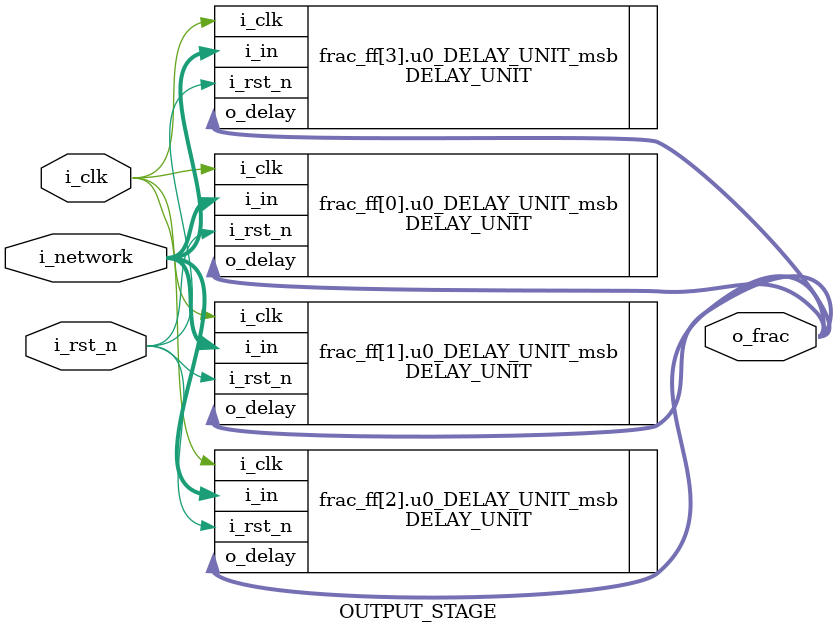
<source format=v>
`include "Timescale.v"
module OUTPUT_STAGE 
(
    input                    i_clk,
    input                    i_rst_n,

    input [3:0] i_network,

    output [3:0] o_frac
    
);

genvar i;
generate
    for(i=0; i<4; i=i+1) begin:frac_ff
        DELAY_UNIT #(
        	.P_DELAY_CYCLE 	( 1  ))
        u0_DELAY_UNIT_msb(
        	.i_clk   	( i_clk    ),
        	.i_rst_n 	( i_rst_n  ),
        	.i_in    	( i_network     ),
        	.o_delay 	( o_frac  )
        );
    end
endgenerate

endmodule
</source>
